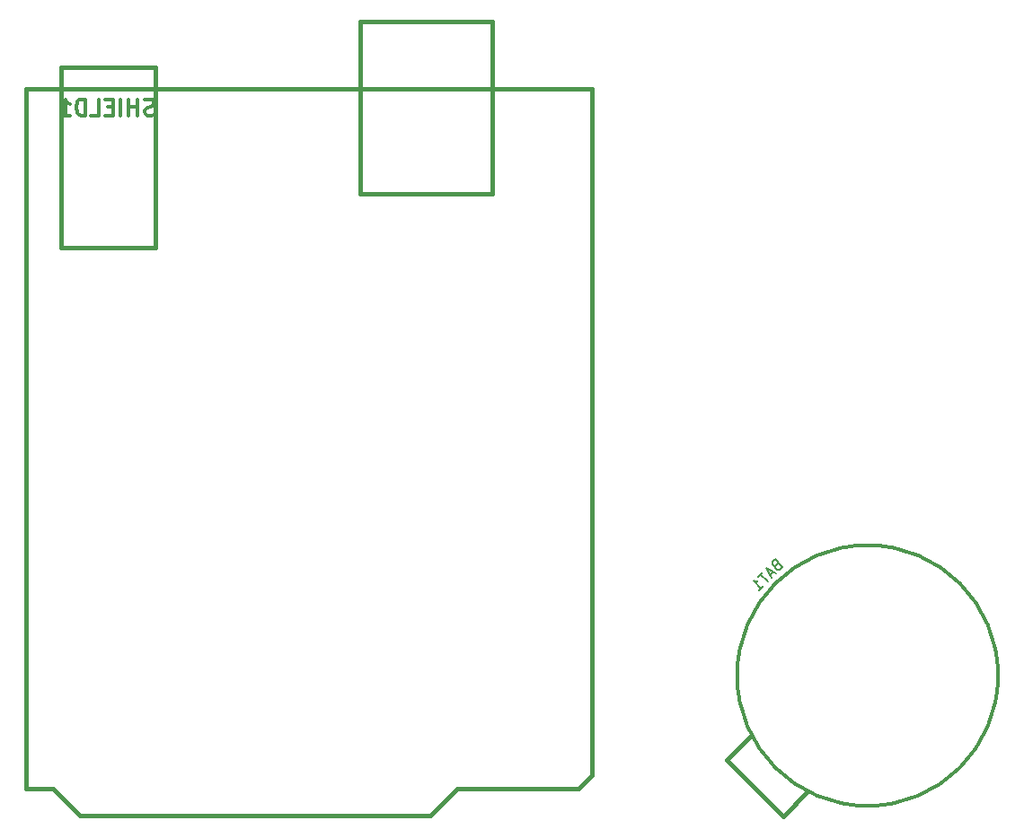
<source format=gbr>
G04 #@! TF.FileFunction,Legend,Bot*
%FSLAX46Y46*%
G04 Gerber Fmt 4.6, Leading zero omitted, Abs format (unit mm)*
G04 Created by KiCad (PCBNEW 4.0.2+dfsg1-stable) date Mon 18 Jun 2018 02:06:16 PM EDT*
%MOMM*%
G01*
G04 APERTURE LIST*
%ADD10C,0.100000*%
%ADD11C,0.381000*%
%ADD12C,0.300000*%
%ADD13C,0.304800*%
%ADD14C,0.150000*%
G04 APERTURE END LIST*
D10*
D11*
X32258000Y-54356000D02*
X41148000Y-54356000D01*
X72898000Y-50038000D02*
X72898000Y-66294000D01*
X69596000Y-122428000D02*
X81026000Y-122428000D01*
X81026000Y-122428000D02*
X82296000Y-121158000D01*
X82296000Y-121158000D02*
X82296000Y-56388000D01*
X28956000Y-122428000D02*
X28956000Y-56388000D01*
X28956000Y-56388000D02*
X82296000Y-56388000D01*
X69596000Y-122428000D02*
X67056000Y-124968000D01*
X67056000Y-124968000D02*
X34036000Y-124968000D01*
X34036000Y-124968000D02*
X31496000Y-122428000D01*
X31496000Y-122428000D02*
X28956000Y-122428000D01*
X60452000Y-50038000D02*
X60452000Y-66294000D01*
X60452000Y-50038000D02*
X72898000Y-50038000D01*
X60452000Y-66294000D02*
X72898000Y-66294000D01*
X32258000Y-71374000D02*
X41148000Y-71374000D01*
X32258000Y-71374000D02*
X32258000Y-54356000D01*
X41148000Y-71374000D02*
X41148000Y-54356000D01*
X100289981Y-124977320D02*
X102588078Y-122679223D01*
X94986680Y-119674019D02*
X97284777Y-117375922D01*
X100289981Y-124977320D02*
X94986680Y-119674019D01*
D12*
X120544933Y-111719068D02*
G75*
G03X120544933Y-111719068I-12300001J0D01*
G01*
D13*
X40966571Y-58782857D02*
X40748857Y-58855429D01*
X40386000Y-58855429D01*
X40240857Y-58782857D01*
X40168286Y-58710286D01*
X40095714Y-58565143D01*
X40095714Y-58420000D01*
X40168286Y-58274857D01*
X40240857Y-58202286D01*
X40386000Y-58129714D01*
X40676286Y-58057143D01*
X40821428Y-57984571D01*
X40894000Y-57912000D01*
X40966571Y-57766857D01*
X40966571Y-57621714D01*
X40894000Y-57476571D01*
X40821428Y-57404000D01*
X40676286Y-57331429D01*
X40313428Y-57331429D01*
X40095714Y-57404000D01*
X39442571Y-58855429D02*
X39442571Y-57331429D01*
X39442571Y-58057143D02*
X38571714Y-58057143D01*
X38571714Y-58855429D02*
X38571714Y-57331429D01*
X37846000Y-58855429D02*
X37846000Y-57331429D01*
X37120286Y-58057143D02*
X36612286Y-58057143D01*
X36394572Y-58855429D02*
X37120286Y-58855429D01*
X37120286Y-57331429D01*
X36394572Y-57331429D01*
X35015715Y-58855429D02*
X35741429Y-58855429D01*
X35741429Y-57331429D01*
X34507715Y-58855429D02*
X34507715Y-57331429D01*
X34144858Y-57331429D01*
X33927143Y-57404000D01*
X33782001Y-57549143D01*
X33709429Y-57694286D01*
X33636858Y-57984571D01*
X33636858Y-58202286D01*
X33709429Y-58492571D01*
X33782001Y-58637714D01*
X33927143Y-58782857D01*
X34144858Y-58855429D01*
X34507715Y-58855429D01*
X32185429Y-58855429D02*
X33056286Y-58855429D01*
X32620858Y-58855429D02*
X32620858Y-57331429D01*
X32766001Y-57549143D01*
X32911143Y-57694286D01*
X33056286Y-57766857D01*
D14*
X99627320Y-101327629D02*
X99559977Y-101462316D01*
X99559977Y-101529660D01*
X99593649Y-101630675D01*
X99694664Y-101731690D01*
X99795680Y-101765362D01*
X99863023Y-101765362D01*
X99964038Y-101731690D01*
X100233413Y-101462316D01*
X99526306Y-100755209D01*
X99290603Y-100990912D01*
X99256931Y-101091927D01*
X99256931Y-101159270D01*
X99290603Y-101260285D01*
X99357946Y-101327629D01*
X99458962Y-101361301D01*
X99526305Y-101361301D01*
X99627320Y-101327629D01*
X99863023Y-101091926D01*
X99357947Y-101933721D02*
X99021229Y-102270438D01*
X99627321Y-102068407D02*
X98684512Y-101597003D01*
X99155916Y-102539812D01*
X98314123Y-101967392D02*
X97910061Y-102371454D01*
X98819199Y-102876529D02*
X98112092Y-102169423D01*
X98011076Y-103684652D02*
X98415138Y-103280591D01*
X98213107Y-103482621D02*
X97506001Y-102775514D01*
X97674359Y-102809186D01*
X97809046Y-102809186D01*
X97910061Y-102775514D01*
M02*

</source>
